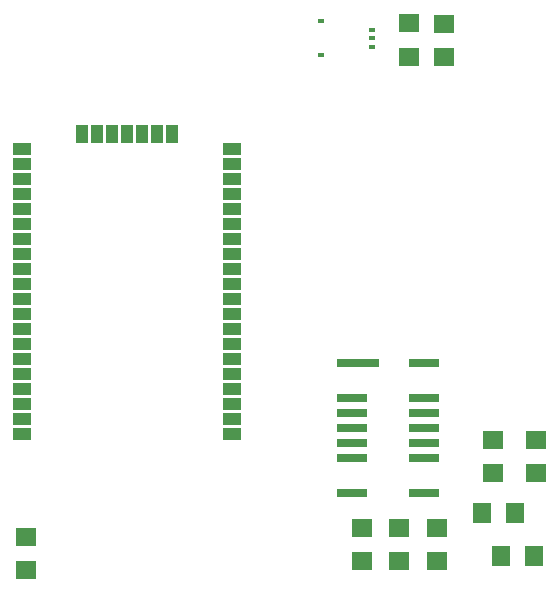
<source format=gtp>
G75*
%MOIN*%
%OFA0B0*%
%FSLAX25Y25*%
%IPPOS*%
%LPD*%
%AMOC8*
5,1,8,0,0,1.08239X$1,22.5*
%
%ADD10R,0.07087X0.06299*%
%ADD11R,0.06299X0.07087*%
%ADD12R,0.07098X0.06299*%
%ADD13R,0.06299X0.07098*%
%ADD14R,0.06000X0.04000*%
%ADD15R,0.04000X0.06000*%
%ADD16R,0.10236X0.02756*%
%ADD17R,0.10236X0.03150*%
%ADD18R,0.14173X0.03150*%
%ADD19R,0.02362X0.01772*%
%ADD20R,0.02362X0.01575*%
D10*
X0500208Y0013755D03*
X0500208Y0024778D03*
X0655833Y0046255D03*
X0670208Y0046255D03*
X0670208Y0057278D03*
X0655833Y0057278D03*
X0639583Y0185005D03*
X0639583Y0196028D03*
D11*
X0652197Y0033017D03*
X0663220Y0033017D03*
D12*
X0637083Y0027990D03*
X0624583Y0027990D03*
X0612083Y0027990D03*
X0612083Y0016793D03*
X0624583Y0016793D03*
X0637083Y0016793D03*
X0627708Y0184918D03*
X0627708Y0196115D03*
D13*
X0658360Y0018642D03*
X0669557Y0018642D03*
D14*
X0568958Y0059267D03*
X0568958Y0064267D03*
X0568958Y0069267D03*
X0568958Y0074267D03*
X0568958Y0079267D03*
X0568958Y0084267D03*
X0568958Y0089267D03*
X0568958Y0094267D03*
X0568958Y0099267D03*
X0568958Y0104267D03*
X0568958Y0109267D03*
X0568958Y0114267D03*
X0568958Y0119267D03*
X0568958Y0124267D03*
X0568958Y0129267D03*
X0568958Y0134267D03*
X0568958Y0139267D03*
X0568958Y0144267D03*
X0568958Y0149267D03*
X0568958Y0154267D03*
X0498958Y0154267D03*
X0498958Y0149267D03*
X0498958Y0144267D03*
X0498958Y0139267D03*
X0498958Y0134267D03*
X0498958Y0129267D03*
X0498958Y0124267D03*
X0498958Y0119267D03*
X0498958Y0114267D03*
X0498958Y0109267D03*
X0498958Y0104267D03*
X0498958Y0099267D03*
X0498958Y0094267D03*
X0498958Y0089267D03*
X0498958Y0084267D03*
X0498958Y0079267D03*
X0498958Y0074267D03*
X0498958Y0069267D03*
X0498958Y0064267D03*
X0498958Y0059267D03*
D15*
X0518958Y0159267D03*
X0523958Y0159267D03*
X0528958Y0159267D03*
X0533958Y0159267D03*
X0538958Y0159267D03*
X0543958Y0159267D03*
X0548958Y0159267D03*
D16*
X0608825Y0071142D03*
X0608825Y0066142D03*
X0608865Y0061142D03*
X0608825Y0056142D03*
X0608825Y0051142D03*
X0632841Y0051220D03*
X0632841Y0056142D03*
X0632841Y0061142D03*
X0632841Y0066142D03*
X0632841Y0071142D03*
D17*
X0632841Y0082795D03*
X0632841Y0039488D03*
X0608825Y0039488D03*
D18*
X0610794Y0082795D03*
D19*
X0615548Y0188287D03*
X0615548Y0193996D03*
D20*
X0615548Y0191142D03*
X0598619Y0196850D03*
X0598619Y0185433D03*
M02*

</source>
